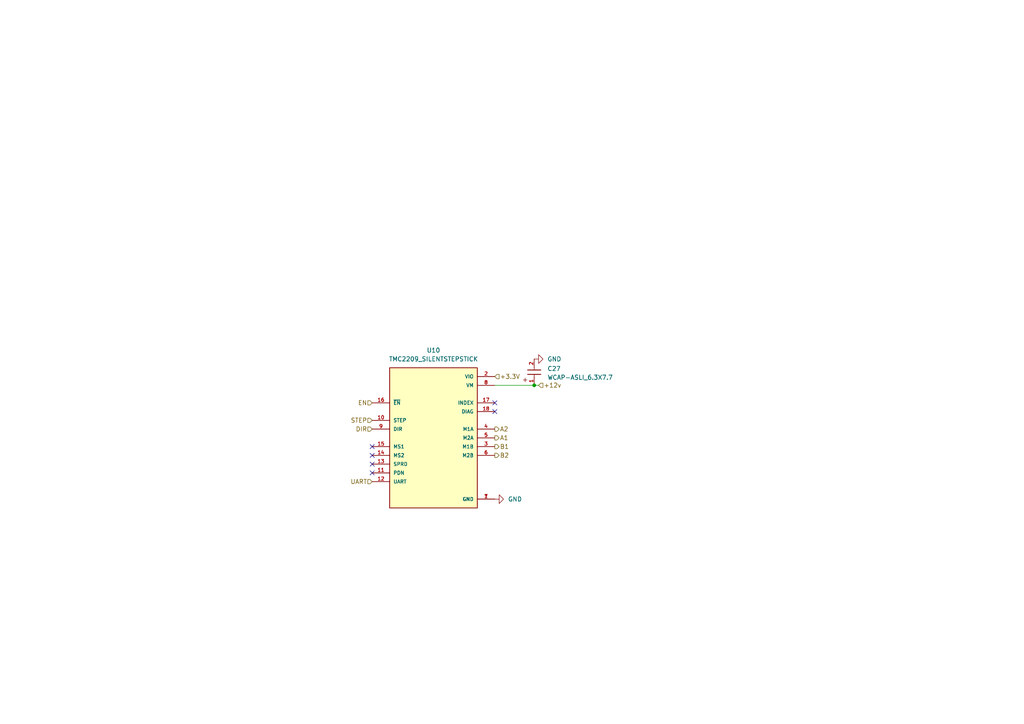
<source format=kicad_sch>
(kicad_sch (version 20250114) (generator "eeschema") (generator_version "9.0")
  (paper "A4")
  (lib_symbols
    (symbol "TMC2209_SILENTSTEPSTICK:TMC2209_SILENTSTEPSTICK" (pin_names (offset 1.016))
      (property "Reference" "U11" (at 0 25.4 0))
      (property "Value" "TMC2209_SILENTSTEPSTICK" (at 0 22.86 0))
      (symbol "TMC2209_SILENTSTEPSTICK_0_0"
        (rectangle (start -12.7 -20.32) (end 12.7 20.32) (stroke (width 0.254)) (fill (type background)))
        (pin input line (at -17.78 10.16 0) (length 5.08) (name "~{EN}") (number "16"))
        (pin input line (at -17.78 5.08 0) (length 5.08) (name "STEP") (number "10"))
        (pin input line (at -17.78 2.54 0) (length 5.08) (name "DIR") (number "9"))
        (pin input line (at -17.78 -2.54 0) (length 5.08) (name "MS1") (number "15"))
        (pin input line (at -17.78 -5.08 0) (length 5.08) (name "MS2") (number "14"))
        (pin input line (at -17.78 -7.62 0) (length 5.08) (name "SPRD") (number "13"))
        (pin bidirectional line (at -17.78 -10.16 0) (length 5.08) (name "PDN") (number "11"))
        (pin bidirectional line (at -17.78 -12.7 0) (length 5.08) (name "UART") (number "12"))
        (pin passive line (at 17.78 17.78 180) (length 5.08) (name "VIO") (number "2"))
        (pin passive line (at 17.78 15.24 180) (length 5.08) (name "VM") (number "8"))
        (pin output line (at 17.78 10.16 180) (length 5.08) (name "INDEX") (number "17"))
        (pin output line (at 17.78 7.62 180) (length 5.08) (name "DIAG") (number "18"))
        (pin output line (at 17.78 2.54 180) (length 5.08) (name "M1A") (number "4"))
        (pin output line (at 17.78 0 180) (length 5.08) (name "M2A") (number "5"))
        (pin output line (at 17.78 -2.54 180) (length 5.08) (name "M1B") (number "3"))
        (pin output line (at 17.78 -5.08 180) (length 5.08) (name "M2B") (number "6"))
        (pin passive line (at 17.78 -17.78 180) (length 5.08) (name "GND") (number "1"))
        (pin power_in line (at 17.78 -17.78 180) (length 5.08) (name "GND") (number "7"))
      )
    )
    (symbol "WCAP-ASLI_6.3X7.7:WCAP-ASLI_6.3X7.7" (pin_names (offset 1.016))
      (property "Reference" "C" (at 1.175 3.38 0))
      (property "Value" "WCAP-ASLI_6.3X7.7" (at 0.915 -5.075 0))
      (symbol "WCAP-ASLI_6.3X7.7_0_0"
        (polyline (pts (xy 0 0) (xy 0.6426 0)) (stroke (width 0.1524)))
        (polyline (pts (xy 0.635 -1.905) (xy 0.635 1.905)) (stroke (width 0.254)))
        (polyline (pts (xy 1.905 1.905) (xy 1.905 -1.905)) (stroke (width 0.254)))
        (polyline (pts (xy 1.9279 0) (xy 2.5705 0)) (stroke (width 0.1524)))
        (text "+" (at 2.54 -1.905 0) (effects (font (size 1.4224 1.4224)) (justify left bottom)))
        (pin passive line (at -2.54 0 0) (length 2.54) (name "~") (number "2"))
        (pin passive line (at 5.08 0 180) (length 2.54) (name "~") (number "1"))
      )
    )
    (symbol "power:GND" (power) (pin_numbers (hide yes)) (pin_names (offset 0) (hide yes))
      (property "Value" "GND" (at 0 -3.81 0))
      (symbol "GND_0_1"
        (polyline (pts (xy 0 0) (xy 0 -1.27) (xy 1.27 -1.27) (xy 0 -2.54) (xy -1.27 -1.27) (xy 0 -1.27)))
      )
      (symbol "GND_1_1"
        (pin power_in line (at 0 0 270) (length 0) (name "~") (number "1"))
      )
    )
  )
  (junction (at 154.94 111.76))
  (no_connect (at 107.95 137.16))
  (no_connect (at 143.51 119.38))
  (no_connect (at 107.95 132.08))
  (no_connect (at 107.95 134.62))
  (no_connect (at 143.51 116.84))
  (no_connect (at 107.95 129.54))
  (wire (pts (xy 154.94 111.76) (xy 143.51 111.76)))
  (wire (pts (xy 156.21 111.76) (xy 154.94 111.76)))
  (hierarchical_label "EN" (shape input) (at 107.95 116.84 180))
  (hierarchical_label "A1" (shape output) (at 143.51 127 0))
  (hierarchical_label "STEP" (shape input) (at 107.95 121.92 180))
  (hierarchical_label "B1" (shape output) (at 143.51 129.54 0))
  (hierarchical_label "DIR" (shape input) (at 107.95 124.46 180))
  (hierarchical_label "+3.3V" (shape input) (at 143.51 109.22 0))
  (hierarchical_label "A2" (shape output) (at 143.51 124.46 0))
  (hierarchical_label "+12v" (shape input) (at 156.21 111.76 0))
  (hierarchical_label "UART" (shape input) (at 107.95 139.7 180))
  (hierarchical_label "B2" (shape output) (at 143.51 132.08 0))
  (symbol (lib_id "WCAP-ASLI_6.3X7.7:WCAP-ASLI_6.3X7.7") (at 154.94 106.68 270) (unit 1)
    (property "Reference" "C27" (at 158.75 106.934 90) (effects (justify left)))
    (property "Value" "WCAP-ASLI_6.3X7.7" (at 158.75 109.474 90) (effects (justify left)))
    (property "Footprint" "Custom Components:WCAP-ASLI_6.3X7.7_DXL_" (effects (hide yes)))
  )
  (symbol (lib_id "power:GND") (at 143.51 144.78 90) (unit 1)
    (property "Reference" "#PWR067" (effects (hide yes)))
    (property "Value" "GND" (at 147.32 144.7799 90) (effects (justify right)))
    (property "Description" "Power symbol creates a global label with name \"GND\" , ground" (effects (hide yes)))
  )
  (symbol (lib_id "power:GND") (at 154.94 104.14 90) (unit 1)
    (property "Reference" "#PWR068" (effects (hide yes)))
    (property "Value" "GND" (at 158.75 104.1399 90) (effects (justify right)))
    (property "Description" "Power symbol creates a global label with name \"GND\" , ground" (effects (hide yes)))
  )
  (symbol (lib_id "TMC2209_SILENTSTEPSTICK:TMC2209_SILENTSTEPSTICK") (at 125.73 127 0) (unit 1)
    (property "Reference" "U10" (at 125.73 101.6 0))
    (property "Value" "TMC2209_SILENTSTEPSTICK" (at 125.73 104.14 0))
    (property "Footprint" "Custom Components:MODULE_TMC2209_SILENTSTEPSTICK" (effects (hide yes)))
    (property "MF" "Trinamic Motion Control GmbH" (effects (hide yes)))
    (property "Description_1" "TMC2209 Motor Controller/Driver Power Management Evaluation Board" (effects (hide yes)))
    (property "Package" "None" (effects (hide yes)))
    (property "Price" "None" (effects (hide yes)))
    (property "Check_prices" "https://www.snapeda.com/parts/TMC2209SILENTSTEPSTICK/Trinamic/view-part/?ref=eda" (effects (hide yes)))
    (property "STANDARD" "Manufacturer Recommendations" (effects (hide yes)))
    (property "PARTREV" "1.20" (effects (hide yes)))
    (property "SnapEDA_Link" "https://www.snapeda.com/parts/TMC2209SILENTSTEPSTICK/Trinamic/view-part/?ref=snap" (effects (hide yes)))
    (property "MP" "TMC2209SILENTSTEPSTICK" (effects (hide yes)))
    (property "MANUFACTURER" "Trinamic Motion Control GmbH" (effects (hide yes)))
    (property "Availability" "Not in stock" (effects (hide yes)))
    (property "SNAPEDA_PN" "TMC2209 SILENTSTEPSTICK" (effects (hide yes)))
  )
)
</source>
